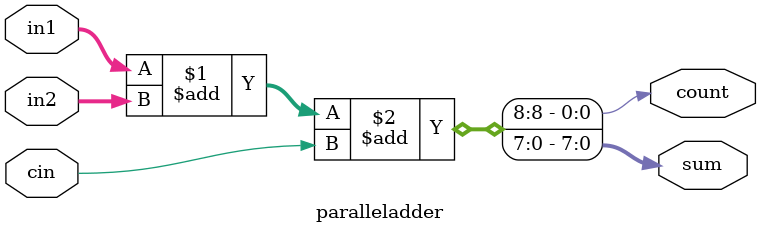
<source format=v>
`timescale 1ns / 1ps
module paralleladder(
    input [7:0] in1,
    input [7:0] in2,
    input cin,
    output [7:0] sum,
    output count
    );
assign #20 {count,sum} = in1 + in2 + cin;

endmodule

</source>
